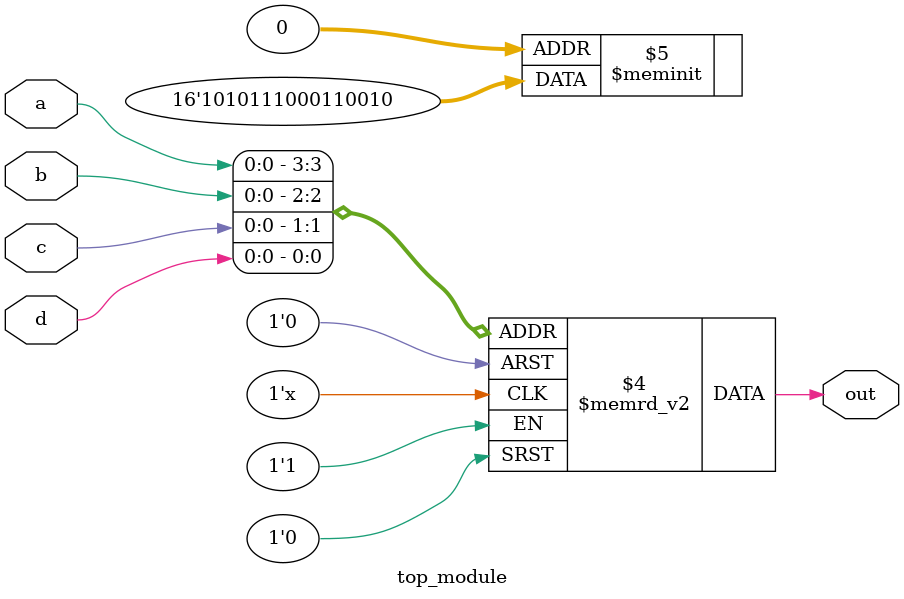
<source format=sv>
module top_module (
  input a, 
  input b,
  input c,
  input d,
  output reg out
);

  always @(a or b or c or d)
    begin
      case ({a,b,c,d})
        4'b0000: out = 1'b0;
        4'b0001: out = 1'b1;
        4'b0010: out = 1'b0;
        4'b0011: out = 1'b0;
        4'b0100: out = 1'b1;
        4'b0101: out = 1'b1;  // Corrected
        4'b0110: out = 1'b0;  // Corrected
        4'b0111: out = 1'b0;
        4'b1000: out = 1'b0;
        4'b1001: out = 1'b1;
        4'b1010: out = 1'b1;  // Corrected
        4'b1011: out = 1'b1;
        4'b1100: out = 1'b0;
        4'b1101: out = 1'b1;
        4'b1110: out = 1'b0;
        4'b1111: out = 1'b1;
        default: out = 1'b0;
      endcase
    end
  
endmodule

</source>
